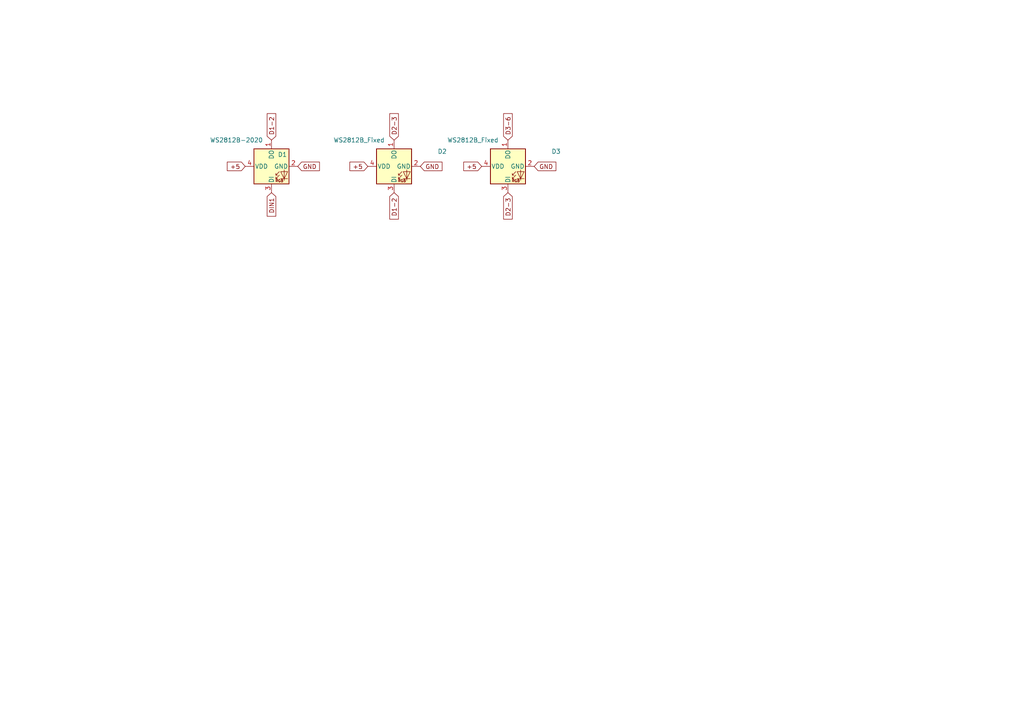
<source format=kicad_sch>
(kicad_sch (version 20230121) (generator eeschema)

  (uuid d53a33fb-faec-46df-a420-a18658deca64)

  (paper "A4")

  (lib_symbols
    (symbol "LED_Fixed:WS2812B_Fixed" (pin_names (offset 0.254)) (in_bom yes) (on_board yes)
      (property "Reference" "D1" (at 3.175 3.429 0)
        (effects (font (size 1.27 1.27)))
      )
      (property "Value" "WS2812B_Fixed" (at 7.62 7.62 0)
        (effects (font (size 1.27 1.27)))
      )
      (property "Footprint" "LED_SMD:LED_WS2812B-2020_PLCC4_2.0x2.0mm" (at 1.27 -7.62 0)
        (effects (font (size 1.27 1.27)) (justify left top) hide)
      )
      (property "Datasheet" "https://cdn-shop.adafruit.com/product-files/4684/4684_WS2812B-2020_V1.3_EN.pdf" (at 2.54 -9.525 0)
        (effects (font (size 1.27 1.27)) (justify left top) hide)
      )
      (property "ki_keywords" "RGB LED NeoPixel addressable" (at 0 0 0)
        (effects (font (size 1.27 1.27)) hide)
      )
      (property "ki_description" "RGB LED with integrated controller" (at 0 0 0)
        (effects (font (size 1.27 1.27)) hide)
      )
      (property "ki_fp_filters" "LED*WS2812*PLCC*5.0x5.0mm*P3.2mm*" (at 0 0 0)
        (effects (font (size 1.27 1.27)) hide)
      )
      (symbol "WS2812B_Fixed_0_0"
        (text "RGB" (at 2.286 -4.191 0)
          (effects (font (size 0.762 0.762)))
        )
      )
      (symbol "WS2812B_Fixed_0_1"
        (polyline
          (pts
            (xy 1.27 -3.556)
            (xy 1.778 -3.556)
          )
          (stroke (width 0) (type default))
          (fill (type none))
        )
        (polyline
          (pts
            (xy 1.27 -2.54)
            (xy 1.778 -2.54)
          )
          (stroke (width 0) (type default))
          (fill (type none))
        )
        (polyline
          (pts
            (xy 4.699 -3.556)
            (xy 2.667 -3.556)
          )
          (stroke (width 0) (type default))
          (fill (type none))
        )
        (polyline
          (pts
            (xy 2.286 -2.54)
            (xy 1.27 -3.556)
            (xy 1.27 -3.048)
          )
          (stroke (width 0) (type default))
          (fill (type none))
        )
        (polyline
          (pts
            (xy 2.286 -1.524)
            (xy 1.27 -2.54)
            (xy 1.27 -2.032)
          )
          (stroke (width 0) (type default))
          (fill (type none))
        )
        (polyline
          (pts
            (xy 3.683 -1.016)
            (xy 3.683 -3.556)
            (xy 3.683 -4.064)
          )
          (stroke (width 0) (type default))
          (fill (type none))
        )
        (polyline
          (pts
            (xy 4.699 -1.524)
            (xy 2.667 -1.524)
            (xy 3.683 -3.556)
            (xy 4.699 -1.524)
          )
          (stroke (width 0) (type default))
          (fill (type none))
        )
        (rectangle (start 5.08 5.08) (end -5.08 -5.08)
          (stroke (width 0.254) (type default))
          (fill (type background))
        )
      )
      (symbol "WS2812B_Fixed_1_1"
        (pin output line (at 0 7.62 270) (length 2.54)
          (name "DO" (effects (font (size 1.27 1.27))))
          (number "1" (effects (font (size 1.27 1.27))))
        )
        (pin power_out line (at 7.62 0 180) (length 2.54)
          (name "GND" (effects (font (size 1.27 1.27))))
          (number "2" (effects (font (size 1.27 1.27))))
        )
        (pin input line (at 0 -7.62 90) (length 2.54)
          (name "DI" (effects (font (size 1.27 1.27))))
          (number "3" (effects (font (size 1.27 1.27))))
        )
        (pin power_in line (at -7.62 0 0) (length 2.54)
          (name "VDD" (effects (font (size 1.27 1.27))))
          (number "4" (effects (font (size 1.27 1.27))))
        )
      )
    )
    (symbol "WS2812B_1" (pin_names (offset 0.254)) (in_bom yes) (on_board yes)
      (property "Reference" "D1" (at 3.175 3.429 0)
        (effects (font (size 1.27 1.27)))
      )
      (property "Value" "WS2812B_1" (at 7.62 7.62 0)
        (effects (font (size 1.27 1.27)))
      )
      (property "Footprint" "LED_SMD:LED_WS2812B-2020_PLCC4_2.0x2.0mm" (at 1.27 -7.62 0)
        (effects (font (size 1.27 1.27)) (justify left top) hide)
      )
      (property "Datasheet" "https://cdn-shop.adafruit.com/product-files/3484/3484_Datasheet.pdf" (at 2.54 -9.525 0)
        (effects (font (size 1.27 1.27)) (justify left top) hide)
      )
      (property "ki_keywords" "RGB LED NeoPixel addressable" (at 0 0 0)
        (effects (font (size 1.27 1.27)) hide)
      )
      (property "ki_description" "RGB LED with integrated controller" (at 0 0 0)
        (effects (font (size 1.27 1.27)) hide)
      )
      (property "ki_fp_filters" "LED*WS2812*PLCC*5.0x5.0mm*P3.2mm*" (at 0 0 0)
        (effects (font (size 1.27 1.27)) hide)
      )
      (symbol "WS2812B_1_0_0"
        (text "RGB" (at 2.286 -4.191 0)
          (effects (font (size 0.762 0.762)))
        )
      )
      (symbol "WS2812B_1_0_1"
        (polyline
          (pts
            (xy 1.27 -3.556)
            (xy 1.778 -3.556)
          )
          (stroke (width 0) (type default))
          (fill (type none))
        )
        (polyline
          (pts
            (xy 1.27 -2.54)
            (xy 1.778 -2.54)
          )
          (stroke (width 0) (type default))
          (fill (type none))
        )
        (polyline
          (pts
            (xy 4.699 -3.556)
            (xy 2.667 -3.556)
          )
          (stroke (width 0) (type default))
          (fill (type none))
        )
        (polyline
          (pts
            (xy 2.286 -2.54)
            (xy 1.27 -3.556)
            (xy 1.27 -3.048)
          )
          (stroke (width 0) (type default))
          (fill (type none))
        )
        (polyline
          (pts
            (xy 2.286 -1.524)
            (xy 1.27 -2.54)
            (xy 1.27 -2.032)
          )
          (stroke (width 0) (type default))
          (fill (type none))
        )
        (polyline
          (pts
            (xy 3.683 -1.016)
            (xy 3.683 -3.556)
            (xy 3.683 -4.064)
          )
          (stroke (width 0) (type default))
          (fill (type none))
        )
        (polyline
          (pts
            (xy 4.699 -1.524)
            (xy 2.667 -1.524)
            (xy 3.683 -3.556)
            (xy 4.699 -1.524)
          )
          (stroke (width 0) (type default))
          (fill (type none))
        )
        (rectangle (start 5.08 5.08) (end -5.08 -5.08)
          (stroke (width 0.254) (type default))
          (fill (type background))
        )
      )
      (symbol "WS2812B_1_1_1"
        (pin output line (at 0 7.62 270) (length 2.54)
          (name "DO" (effects (font (size 1.27 1.27))))
          (number "1" (effects (font (size 1.27 1.27))))
        )
        (pin power_out line (at 7.62 0 180) (length 2.54)
          (name "GND" (effects (font (size 1.27 1.27))))
          (number "2" (effects (font (size 1.27 1.27))))
        )
        (pin input line (at 0 -7.62 90) (length 2.54)
          (name "DI" (effects (font (size 1.27 1.27))))
          (number "3" (effects (font (size 1.27 1.27))))
        )
        (pin power_in line (at -7.62 0 0) (length 2.54)
          (name "VDD" (effects (font (size 1.27 1.27))))
          (number "4" (effects (font (size 1.27 1.27))))
        )
      )
    )
  )


  (global_label "GND" (shape input) (at 121.92 48.26 0) (fields_autoplaced)
    (effects (font (size 1.27 1.27)) (justify left))
    (uuid 1edfd137-fc75-4166-8b1a-af59fceae271)
    (property "Intersheetrefs" "${INTERSHEET_REFS}" (at 128.2036 48.1806 0)
      (effects (font (size 1.27 1.27)) (justify left) hide)
    )
  )
  (global_label "D1-2" (shape input) (at 78.74 40.64 90) (fields_autoplaced)
    (effects (font (size 1.27 1.27)) (justify left))
    (uuid 238967c2-582d-43ca-aa8f-3f841e721881)
    (property "Intersheetrefs" "${INTERSHEET_REFS}" (at 78.6606 32.9655 90)
      (effects (font (size 1.27 1.27)) (justify left) hide)
    )
  )
  (global_label "D2-3" (shape input) (at 114.3 40.64 90) (fields_autoplaced)
    (effects (font (size 1.27 1.27)) (justify left))
    (uuid 2581fec5-50cb-4fb9-8ff1-50156e5533af)
    (property "Intersheetrefs" "${INTERSHEET_REFS}" (at 114.2206 32.9655 90)
      (effects (font (size 1.27 1.27)) (justify left) hide)
    )
  )
  (global_label "D2-3" (shape input) (at 147.32 55.88 270) (fields_autoplaced)
    (effects (font (size 1.27 1.27)) (justify right))
    (uuid 4684ddb4-2b2b-4dec-afcb-3ffca9cc015f)
    (property "Intersheetrefs" "${INTERSHEET_REFS}" (at 147.2406 63.5545 90)
      (effects (font (size 1.27 1.27)) (justify right) hide)
    )
  )
  (global_label "+5" (shape input) (at 106.68 48.26 180) (fields_autoplaced)
    (effects (font (size 1.27 1.27)) (justify right))
    (uuid 59674757-aa53-4575-8f08-601fd3c13b28)
    (property "Intersheetrefs" "${INTERSHEET_REFS}" (at 101.485 48.1806 0)
      (effects (font (size 1.27 1.27)) (justify right) hide)
    )
  )
  (global_label "+5" (shape input) (at 71.12 48.26 180) (fields_autoplaced)
    (effects (font (size 1.27 1.27)) (justify right))
    (uuid 59837d94-eaa2-4e8c-b695-1c84bbaf7032)
    (property "Intersheetrefs" "${INTERSHEET_REFS}" (at 65.925 48.1806 0)
      (effects (font (size 1.27 1.27)) (justify right) hide)
    )
  )
  (global_label "GND" (shape input) (at 154.94 48.26 0) (fields_autoplaced)
    (effects (font (size 1.27 1.27)) (justify left))
    (uuid 8c04a07c-9181-4303-a628-be72378d7c11)
    (property "Intersheetrefs" "${INTERSHEET_REFS}" (at 161.2236 48.1806 0)
      (effects (font (size 1.27 1.27)) (justify left) hide)
    )
  )
  (global_label "D1-2" (shape input) (at 114.3 55.88 270) (fields_autoplaced)
    (effects (font (size 1.27 1.27)) (justify right))
    (uuid 9708f934-6b8f-4f98-a70a-97d5a7836d7d)
    (property "Intersheetrefs" "${INTERSHEET_REFS}" (at 114.2206 63.5545 90)
      (effects (font (size 1.27 1.27)) (justify right) hide)
    )
  )
  (global_label "DIN1" (shape input) (at 78.74 55.88 270) (fields_autoplaced)
    (effects (font (size 1.27 1.27)) (justify right))
    (uuid a0dfe362-6958-4a01-8bca-7db52c60fb8f)
    (property "Intersheetrefs" "${INTERSHEET_REFS}" (at 78.6606 62.7079 90)
      (effects (font (size 1.27 1.27)) (justify right) hide)
    )
  )
  (global_label "GND" (shape input) (at 86.36 48.26 0) (fields_autoplaced)
    (effects (font (size 1.27 1.27)) (justify left))
    (uuid bf6aef70-f308-4312-b74b-c806f073f826)
    (property "Intersheetrefs" "${INTERSHEET_REFS}" (at 92.6436 48.1806 0)
      (effects (font (size 1.27 1.27)) (justify left) hide)
    )
  )
  (global_label "D3-6" (shape input) (at 147.32 40.64 90) (fields_autoplaced)
    (effects (font (size 1.27 1.27)) (justify left))
    (uuid c56e3674-1fea-4213-ab42-4df510f68cee)
    (property "Intersheetrefs" "${INTERSHEET_REFS}" (at 147.2406 32.9655 90)
      (effects (font (size 1.27 1.27)) (justify left) hide)
    )
  )
  (global_label "+5" (shape input) (at 139.7 48.26 180) (fields_autoplaced)
    (effects (font (size 1.27 1.27)) (justify right))
    (uuid ca340f64-0c32-488a-8bc6-99665c4ec01f)
    (property "Intersheetrefs" "${INTERSHEET_REFS}" (at 134.505 48.3394 0)
      (effects (font (size 1.27 1.27)) (justify right) hide)
    )
  )

  (symbol (lib_id "LED_Fixed:WS2812B_Fixed") (at 114.3 48.26 0) (unit 1)
    (in_bom yes) (on_board yes) (dnp no)
    (uuid 7aaa2093-c17a-49d1-8b20-8da25c4613c3)
    (property "Reference" "D2" (at 128.27 43.9293 0)
      (effects (font (size 1.27 1.27)))
    )
    (property "Value" "WS2812B_Fixed" (at 104.14 40.64 0)
      (effects (font (size 1.27 1.27)))
    )
    (property "Footprint" "LED_SMD:LED_WS2812B-2020_PLCC4_2.0x2.0mm" (at 115.57 55.88 0)
      (effects (font (size 1.27 1.27)) (justify left top) hide)
    )
    (property "Datasheet" "https://cdn-shop.adafruit.com/product-files/4684/4684_WS2812B-2020_V1.3_EN.pdf" (at 116.84 57.785 0)
      (effects (font (size 1.27 1.27)) (justify left top) hide)
    )
    (pin "1" (uuid ae82d415-5c33-48f0-8372-21d514431960))
    (pin "2" (uuid 5df2e5bc-4dcb-418f-9542-7fd8c49af199))
    (pin "3" (uuid 6f5118c8-7017-4118-ab9b-59b773c29906))
    (pin "4" (uuid 923147b4-e8ef-4552-a206-682070743bd2))
    (instances
      (project "Neopixel_2020_3_element_Sequin"
        (path "/d53a33fb-faec-46df-a420-a18658deca64"
          (reference "D2") (unit 1)
        )
      )
    )
  )

  (symbol (lib_name "WS2812B_1") (lib_id "LED:WS2812B") (at 78.74 48.26 0) (unit 1)
    (in_bom yes) (on_board yes) (dnp no)
    (uuid d019e9e5-4b7d-4280-be18-3b2e6f7892bf)
    (property "Reference" "D1" (at 81.915 44.831 0)
      (effects (font (size 1.27 1.27)))
    )
    (property "Value" "WS2812B-2020" (at 68.58 40.64 0)
      (effects (font (size 1.27 1.27)))
    )
    (property "Footprint" "LED_SMD:LED_WS2812B-2020_PLCC4_2.0x2.0mm" (at 80.01 55.88 0)
      (effects (font (size 1.27 1.27)) (justify left top) hide)
    )
    (property "Datasheet" "https://cdn-shop.adafruit.com/product-files/3484/3484_Datasheet.pdf" (at 81.28 57.785 0)
      (effects (font (size 1.27 1.27)) (justify left top) hide)
    )
    (pin "1" (uuid 3c68943b-142b-433c-a9b1-e603f0b54b3f))
    (pin "2" (uuid c2b53f09-3ee7-4227-b96c-83d8fcbf3b68))
    (pin "3" (uuid e2688340-f136-4146-8731-3f009a0409bb))
    (pin "4" (uuid 16be25f0-9608-4ef1-a078-1053f72f483e))
    (instances
      (project "Neopixel_2020_3_element_Sequin"
        (path "/d53a33fb-faec-46df-a420-a18658deca64"
          (reference "D1") (unit 1)
        )
      )
    )
  )

  (symbol (lib_id "LED_Fixed:WS2812B_Fixed") (at 147.32 48.26 0) (unit 1)
    (in_bom yes) (on_board yes) (dnp no)
    (uuid f1328e7d-d70b-4d1b-aae2-df2f85111b84)
    (property "Reference" "D3" (at 161.29 43.9293 0)
      (effects (font (size 1.27 1.27)))
    )
    (property "Value" "WS2812B_Fixed" (at 137.16 40.64 0)
      (effects (font (size 1.27 1.27)))
    )
    (property "Footprint" "LED_SMD:LED_WS2812B-2020_PLCC4_2.0x2.0mm" (at 148.59 55.88 0)
      (effects (font (size 1.27 1.27)) (justify left top) hide)
    )
    (property "Datasheet" "https://cdn-shop.adafruit.com/product-files/4684/4684_WS2812B-2020_V1.3_EN.pdf" (at 149.86 57.785 0)
      (effects (font (size 1.27 1.27)) (justify left top) hide)
    )
    (pin "1" (uuid fc389e44-068f-4891-af2d-86536f6df8f8))
    (pin "2" (uuid d8812231-dfb6-41b7-8938-702cf2b59c3e))
    (pin "3" (uuid b7682b88-c5fb-4ab9-bb3f-5c68534de00c))
    (pin "4" (uuid c19fe3f0-b5f6-4eef-b804-609dd29608b8))
    (instances
      (project "Neopixel_2020_3_element_Sequin"
        (path "/d53a33fb-faec-46df-a420-a18658deca64"
          (reference "D3") (unit 1)
        )
      )
    )
  )

  (sheet_instances
    (path "/" (page "1"))
  )
)

</source>
